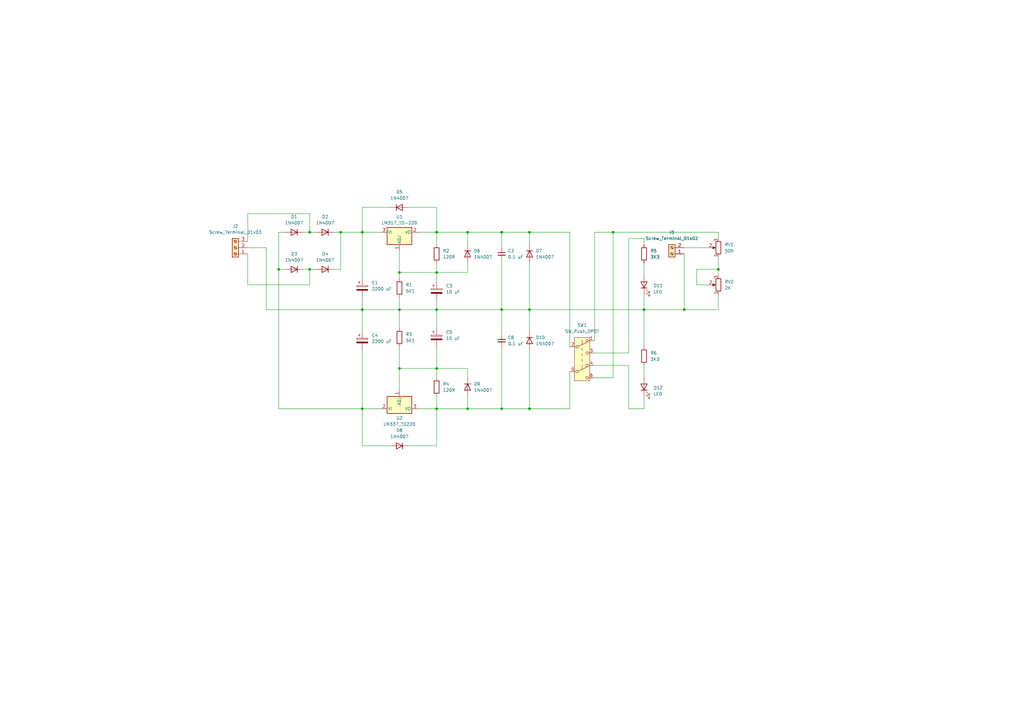
<source format=kicad_sch>
(kicad_sch (version 20250114) (generator "eeschema") (generator_version "9.0")
  (paper "A3")
  (lib_symbols
    (symbol "Connector:Screw_Terminal_01x02" (pin_names (offset 1.016) (hide yes))
      (property "Reference" "J" (at 0 2.54 0))
      (property "Value" "Screw_Terminal_01x02" (at 0 -5.08 0))
      (symbol "Screw_Terminal_01x02_1_1"
        (rectangle (start -1.27 1.27) (end 1.27 -3.81) (stroke (width 0.254)) (fill (type background)))
        (polyline (pts (xy -0.5334 0.3302) (xy 0.3302 -0.508)) (stroke (width 0.1524)))
        (polyline (pts (xy -0.5334 -2.2098) (xy 0.3302 -3.048)) (stroke (width 0.1524)))
        (polyline (pts (xy -0.3556 0.508) (xy 0.508 -0.3302)) (stroke (width 0.1524)))
        (polyline (pts (xy -0.3556 -2.032) (xy 0.508 -2.8702)) (stroke (width 0.1524)))
        (circle (center 0 0) (radius 0.635) (stroke (width 0.1524)))
        (circle (center 0 -2.54) (radius 0.635) (stroke (width 0.1524)))
        (pin passive line (at -5.08 0 0) (length 3.81) (name "Pin_1") (number "1"))
        (pin passive line (at -5.08 -2.54 0) (length 3.81) (name "Pin_2") (number "2"))
      )
    )
    (symbol "Connector:Screw_Terminal_01x03" (pin_names (offset 1.016) (hide yes))
      (property "Reference" "J" (at 0 5.08 0))
      (property "Value" "Screw_Terminal_01x03" (at 0 -5.08 0))
      (symbol "Screw_Terminal_01x03_1_1"
        (rectangle (start -1.27 3.81) (end 1.27 -3.81) (stroke (width 0.254)) (fill (type background)))
        (polyline (pts (xy -0.5334 2.8702) (xy 0.3302 2.032)) (stroke (width 0.1524)))
        (polyline (pts (xy -0.5334 0.3302) (xy 0.3302 -0.508)) (stroke (width 0.1524)))
        (polyline (pts (xy -0.5334 -2.2098) (xy 0.3302 -3.048)) (stroke (width 0.1524)))
        (polyline (pts (xy -0.3556 3.048) (xy 0.508 2.2098)) (stroke (width 0.1524)))
        (polyline (pts (xy -0.3556 0.508) (xy 0.508 -0.3302)) (stroke (width 0.1524)))
        (polyline (pts (xy -0.3556 -2.032) (xy 0.508 -2.8702)) (stroke (width 0.1524)))
        (circle (center 0 2.54) (radius 0.635) (stroke (width 0.1524)))
        (circle (center 0 0) (radius 0.635) (stroke (width 0.1524)))
        (circle (center 0 -2.54) (radius 0.635) (stroke (width 0.1524)))
        (pin passive line (at -5.08 2.54 0) (length 3.81) (name "Pin_1") (number "1"))
        (pin passive line (at -5.08 0 0) (length 3.81) (name "Pin_2") (number "2"))
        (pin passive line (at -5.08 -2.54 0) (length 3.81) (name "Pin_3") (number "3"))
      )
    )
    (symbol "Device:C_Polarized" (pin_numbers (hide yes)) (pin_names (offset 0.254))
      (property "Reference" "C" (at 0.635 2.54 0))
      (property "Value" "C_Polarized" (at 0.635 -2.54 0))
      (symbol "C_Polarized_0_1"
        (rectangle (start -2.286 0.508) (end 2.286 1.016))
        (polyline (pts (xy -1.778 2.286) (xy -0.762 2.286)))
        (polyline (pts (xy -1.27 2.794) (xy -1.27 1.778)))
        (rectangle (start 2.286 -0.508) (end -2.286 -1.016) (fill (type outline)))
      )
      (symbol "C_Polarized_1_1"
        (pin passive line (at 0 3.81 270) (length 2.794) (name "~") (number "1"))
        (pin passive line (at 0 -3.81 90) (length 2.794) (name "~") (number "2"))
      )
    )
    (symbol "Device:C_Small" (pin_numbers (hide yes)) (pin_names (offset 0.254) (hide yes))
      (property "Reference" "C" (at 0.254 1.778 0))
      (property "Value" "C_Small" (at 0.254 -2.032 0))
      (symbol "C_Small_0_1"
        (polyline (pts (xy -1.524 0.508) (xy 1.524 0.508)) (stroke (width 0.3048)))
        (polyline (pts (xy -1.524 -0.508) (xy 1.524 -0.508)) (stroke (width 0.3302)))
      )
      (symbol "C_Small_1_1"
        (pin passive line (at 0 2.54 270) (length 2.032) (name "~") (number "1"))
        (pin passive line (at 0 -2.54 90) (length 2.032) (name "~") (number "2"))
      )
    )
    (symbol "Device:LED" (pin_numbers (hide yes)) (pin_names (offset 1.016) (hide yes))
      (property "Reference" "D" (at 0 2.54 0))
      (property "Value" "LED" (at 0 -2.54 0))
      (symbol "LED_0_1"
        (polyline (pts (xy -3.048 -0.762) (xy -4.572 -2.286) (xy -3.81 -2.286) (xy -4.572 -2.286) (xy -4.572 -1.524)))
        (polyline (pts (xy -1.778 -0.762) (xy -3.302 -2.286) (xy -2.54 -2.286) (xy -3.302 -2.286) (xy -3.302 -1.524)))
        (polyline (pts (xy -1.27 0) (xy 1.27 0)))
        (polyline (pts (xy -1.27 -1.27) (xy -1.27 1.27)) (stroke (width 0.254)))
        (polyline (pts (xy 1.27 -1.27) (xy 1.27 1.27) (xy -1.27 0) (xy 1.27 -1.27)) (stroke (width 0.254)))
      )
      (symbol "LED_1_1"
        (pin passive line (at -3.81 0 0) (length 2.54) (name "K") (number "1"))
        (pin passive line (at 3.81 0 180) (length 2.54) (name "A") (number "2"))
      )
    )
    (symbol "Device:R" (pin_numbers (hide yes)) (pin_names (offset 0))
      (property "Reference" "R" (at 2.032 0 90))
      (property "Value" "R" (at 0 0 90))
      (symbol "R_0_1"
        (rectangle (start -1.016 -2.54) (end 1.016 2.54) (stroke (width 0.254)))
      )
      (symbol "R_1_1"
        (pin passive line (at 0 3.81 270) (length 1.27) (name "~") (number "1"))
        (pin passive line (at 0 -3.81 90) (length 1.27) (name "~") (number "2"))
      )
    )
    (symbol "Device:R_Potentiometer" (pin_names (offset 1.016) (hide yes))
      (property "Reference" "RV" (at -4.445 0 90))
      (property "Value" "R_Potentiometer" (at -2.54 0 90))
      (symbol "R_Potentiometer_0_1"
        (rectangle (start 1.016 2.54) (end -1.016 -2.54) (stroke (width 0.254)))
        (polyline (pts (xy 1.143 0) (xy 2.286 0.508) (xy 2.286 -0.508) (xy 1.143 0)) (fill (type outline)))
        (polyline (pts (xy 2.54 0) (xy 1.524 0)))
      )
      (symbol "R_Potentiometer_1_1"
        (pin passive line (at 0 3.81 270) (length 1.27) (name "1") (number "1"))
        (pin passive line (at 0 -3.81 90) (length 1.27) (name "3") (number "3"))
        (pin passive line (at 3.81 0 180) (length 1.27) (name "2") (number "2"))
      )
    )
    (symbol "Diode:1N4007" (pin_numbers (hide yes)) (pin_names (hide yes))
      (property "Reference" "D" (at 0 2.54 0))
      (property "Value" "1N4007" (at 0 -2.54 0))
      (symbol "1N4007_0_1"
        (polyline (pts (xy -1.27 1.27) (xy -1.27 -1.27)) (stroke (width 0.254)))
        (polyline (pts (xy 1.27 1.27) (xy 1.27 -1.27) (xy -1.27 0) (xy 1.27 1.27)) (stroke (width 0.254)))
        (polyline (pts (xy 1.27 0) (xy -1.27 0)))
      )
      (symbol "1N4007_1_1"
        (pin passive line (at -3.81 0 0) (length 2.54) (name "K") (number "1"))
        (pin passive line (at 3.81 0 180) (length 2.54) (name "A") (number "2"))
      )
    )
    (symbol "Regulator_Linear:LM317_TO-220" (pin_names (offset 0.254))
      (property "Reference" "U" (at -3.81 3.175 0))
      (property "Value" "LM317_TO-220" (at 0 3.175 0))
      (symbol "LM317_TO-220_0_1"
        (rectangle (start -5.08 1.905) (end 5.08 -5.08) (stroke (width 0.254)) (fill (type background)))
      )
      (symbol "LM317_TO-220_1_1"
        (pin power_in line (at -7.62 0 0) (length 2.54) (name "VI") (number "3"))
        (pin input line (at 0 -7.62 90) (length 2.54) (name "ADJ") (number "1"))
        (pin power_out line (at 7.62 0 180) (length 2.54) (name "VO") (number "2"))
      )
    )
    (symbol "Regulator_Linear:LM337_TO220" (pin_names (offset 0.254))
      (property "Reference" "U" (at -3.81 -3.175 0))
      (property "Value" "LM337_TO220" (at 0 -3.175 0))
      (symbol "LM337_TO220_0_1"
        (rectangle (start -5.08 5.08) (end 5.08 -1.905) (stroke (width 0.254)) (fill (type background)))
      )
      (symbol "LM337_TO220_1_1"
        (pin power_in line (at -7.62 0 0) (length 2.54) (name "VI") (number "2"))
        (pin input line (at 0 7.62 270) (length 2.54) (name "ADJ") (number "1"))
        (pin power_out line (at 7.62 0 180) (length 2.54) (name "VO") (number "3"))
      )
    )
    (symbol "Switch:SW_Push_DPDT" (pin_names (offset 0) (hide yes))
      (property "Reference" "SW" (at 0 10.16 0))
      (property "Value" "SW_Push_DPDT" (at 0 -10.16 0))
      (symbol "SW_Push_DPDT_0_0"
        (circle (center -2.032 5.08) (radius 0.508))
        (circle (center -2.032 -5.08) (radius 0.508))
        (circle (center 2.032 2.54) (radius 0.508))
        (circle (center 2.032 -7.62) (radius 0.508))
      )
      (symbol "SW_Push_DPDT_0_1"
        (polyline (pts (xy -1.524 5.334) (xy 2.3368 7.0612)))
        (polyline (pts (xy -1.524 -4.826) (xy 2.3368 -3.0988)))
        (polyline (pts (xy 0 7.874) (xy 0 6.096)))
        (polyline (pts (xy 0 3.556) (xy 0 4.572)))
        (polyline (pts (xy 0 1.27) (xy 0 2.286)))
        (polyline (pts (xy 0 -1.016) (xy 0 0)))
        (polyline (pts (xy 0 -2.286) (xy 0 -4.064)))
        (circle (center 2.032 7.62) (radius 0.508))
        (circle (center 2.032 -2.54) (radius 0.508))
      )
      (symbol "SW_Push_DPDT_1_1"
        (rectangle (start -3.175 8.89) (end 3.175 -8.89) (fill (type background)))
        (pin passive line (at -5.08 5.08 0) (length 2.54) (name "B") (number "2"))
        (pin passive line (at -5.08 -5.08 0) (length 2.54) (name "B") (number "5"))
        (pin passive line (at 5.08 7.62 180) (length 2.54) (name "A") (number "1"))
        (pin passive line (at 5.08 2.54 180) (length 2.54) (name "C") (number "3"))
        (pin passive line (at 5.08 -2.54 180) (length 2.54) (name "A") (number "4"))
        (pin passive line (at 5.08 -7.62 180) (length 2.54) (name "C") (number "6"))
      )
    )
  )
  (junction (at 179.07 167.64))
  (junction (at 205.74 95.25))
  (junction (at 114.3 110.49))
  (junction (at 179.07 151.13))
  (junction (at 148.59 127))
  (junction (at 148.59 95.25))
  (junction (at 163.83 127))
  (junction (at 264.16 127))
  (junction (at 217.17 167.64))
  (junction (at 217.17 127))
  (junction (at 251.46 95.25))
  (junction (at 163.83 151.13))
  (junction (at 217.17 95.25))
  (junction (at 163.83 111.76))
  (junction (at 280.67 127))
  (junction (at 127 110.49))
  (junction (at 139.7 95.25))
  (junction (at 191.77 95.25))
  (junction (at 294.64 110.49))
  (junction (at 179.07 95.25))
  (junction (at 179.07 111.76))
  (junction (at 127 95.25))
  (junction (at 205.74 127))
  (junction (at 179.07 127))
  (junction (at 205.74 167.64))
  (junction (at 148.59 167.64))
  (junction (at 191.77 167.64))
  (wire (pts (xy 233.68 142.24) (xy 233.68 95.25)))
  (wire (pts (xy 191.77 111.76) (xy 179.07 111.76)))
  (wire (pts (xy 179.07 127) (xy 179.07 134.62)))
  (wire (pts (xy 243.84 95.25) (xy 243.84 139.7)))
  (wire (pts (xy 127 116.84) (xy 127 110.49)))
  (wire (pts (xy 285.75 116.84) (xy 285.75 110.49)))
  (wire (pts (xy 243.84 144.78) (xy 257.81 144.78)))
  (wire (pts (xy 251.46 95.25) (xy 243.84 95.25)))
  (wire (pts (xy 280.67 127) (xy 294.64 127)))
  (wire (pts (xy 179.07 95.25) (xy 171.45 95.25)))
  (wire (pts (xy 179.07 142.24) (xy 179.07 151.13)))
  (wire (pts (xy 179.07 154.94) (xy 179.07 151.13)))
  (wire (pts (xy 257.81 97.79) (xy 264.16 97.79)))
  (wire (pts (xy 179.07 111.76) (xy 179.07 115.57)))
  (wire (pts (xy 251.46 154.94) (xy 251.46 95.25)))
  (wire (pts (xy 191.77 162.56) (xy 191.77 167.64)))
  (wire (pts (xy 191.77 151.13) (xy 179.07 151.13)))
  (wire (pts (xy 179.07 182.88) (xy 179.07 167.64)))
  (wire (pts (xy 101.6 99.06) (xy 101.6 87.63)))
  (wire (pts (xy 127 95.25) (xy 129.54 95.25)))
  (wire (pts (xy 114.3 95.25) (xy 114.3 110.49)))
  (wire (pts (xy 116.84 95.25) (xy 114.3 95.25)))
  (wire (pts (xy 257.81 149.86) (xy 243.84 149.86)))
  (wire (pts (xy 101.6 101.6) (xy 109.22 101.6)))
  (wire (pts (xy 148.59 85.09) (xy 148.59 95.25)))
  (wire (pts (xy 205.74 127) (xy 217.17 127)))
  (wire (pts (xy 179.07 85.09) (xy 167.64 85.09)))
  (wire (pts (xy 294.64 95.25) (xy 251.46 95.25)))
  (wire (pts (xy 264.16 127) (xy 217.17 127)))
  (wire (pts (xy 114.3 167.64) (xy 148.59 167.64)))
  (wire (pts (xy 167.64 182.88) (xy 179.07 182.88)))
  (wire (pts (xy 114.3 110.49) (xy 116.84 110.49)))
  (wire (pts (xy 191.77 107.95) (xy 191.77 111.76)))
  (wire (pts (xy 124.46 95.25) (xy 127 95.25)))
  (wire (pts (xy 217.17 95.25) (xy 205.74 95.25)))
  (wire (pts (xy 264.16 127) (xy 264.16 142.24)))
  (wire (pts (xy 257.81 144.78) (xy 257.81 97.79)))
  (wire (pts (xy 179.07 107.95) (xy 179.07 111.76)))
  (wire (pts (xy 148.59 127) (xy 163.83 127)))
  (wire (pts (xy 148.59 167.64) (xy 148.59 182.88)))
  (wire (pts (xy 205.74 106.68) (xy 205.74 127)))
  (wire (pts (xy 160.02 85.09) (xy 148.59 85.09)))
  (wire (pts (xy 163.83 127) (xy 163.83 121.92)))
  (wire (pts (xy 217.17 167.64) (xy 205.74 167.64)))
  (wire (pts (xy 233.68 95.25) (xy 217.17 95.25)))
  (wire (pts (xy 205.74 95.25) (xy 205.74 101.6)))
  (wire (pts (xy 264.16 107.95) (xy 264.16 113.03)))
  (wire (pts (xy 179.07 167.64) (xy 179.07 162.56)))
  (wire (pts (xy 257.81 167.64) (xy 257.81 149.86)))
  (wire (pts (xy 205.74 127) (xy 179.07 127)))
  (wire (pts (xy 179.07 123.19) (xy 179.07 127)))
  (wire (pts (xy 139.7 110.49) (xy 137.16 110.49)))
  (wire (pts (xy 264.16 127) (xy 280.67 127)))
  (wire (pts (xy 264.16 120.65) (xy 264.16 127)))
  (wire (pts (xy 205.74 142.24) (xy 205.74 167.64)))
  (wire (pts (xy 280.67 101.6) (xy 290.83 101.6)))
  (wire (pts (xy 285.75 110.49) (xy 294.64 110.49)))
  (wire (pts (xy 205.74 127) (xy 205.74 137.16)))
  (wire (pts (xy 217.17 143.51) (xy 217.17 167.64)))
  (wire (pts (xy 171.45 167.64) (xy 179.07 167.64)))
  (wire (pts (xy 191.77 154.94) (xy 191.77 151.13)))
  (wire (pts (xy 137.16 95.25) (xy 139.7 95.25)))
  (wire (pts (xy 264.16 149.86) (xy 264.16 154.94)))
  (wire (pts (xy 160.02 182.88) (xy 148.59 182.88)))
  (wire (pts (xy 280.67 104.14) (xy 280.67 127)))
  (wire (pts (xy 109.22 101.6) (xy 109.22 127)))
  (wire (pts (xy 163.83 134.62) (xy 163.83 127)))
  (wire (pts (xy 264.16 97.79) (xy 264.16 100.33)))
  (wire (pts (xy 290.83 116.84) (xy 285.75 116.84)))
  (wire (pts (xy 294.64 105.41) (xy 294.64 110.49)))
  (wire (pts (xy 148.59 143.51) (xy 148.59 167.64)))
  (wire (pts (xy 127 87.63) (xy 127 95.25)))
  (wire (pts (xy 163.83 127) (xy 179.07 127)))
  (wire (pts (xy 294.64 110.49) (xy 294.64 113.03)))
  (wire (pts (xy 191.77 100.33) (xy 191.77 95.25)))
  (wire (pts (xy 148.59 95.25) (xy 148.59 114.3)))
  (wire (pts (xy 191.77 95.25) (xy 205.74 95.25)))
  (wire (pts (xy 191.77 95.25) (xy 179.07 95.25)))
  (wire (pts (xy 179.07 95.25) (xy 179.07 100.33)))
  (wire (pts (xy 101.6 116.84) (xy 127 116.84)))
  (wire (pts (xy 127 110.49) (xy 129.54 110.49)))
  (wire (pts (xy 163.83 102.87) (xy 163.83 111.76)))
  (wire (pts (xy 233.68 152.4) (xy 233.68 167.64)))
  (wire (pts (xy 139.7 95.25) (xy 148.59 95.25)))
  (wire (pts (xy 191.77 167.64) (xy 179.07 167.64)))
  (wire (pts (xy 101.6 87.63) (xy 127 87.63)))
  (wire (pts (xy 294.64 120.65) (xy 294.64 127)))
  (wire (pts (xy 163.83 111.76) (xy 163.83 114.3)))
  (wire (pts (xy 243.84 154.94) (xy 251.46 154.94)))
  (wire (pts (xy 163.83 142.24) (xy 163.83 151.13)))
  (wire (pts (xy 114.3 110.49) (xy 114.3 167.64)))
  (wire (pts (xy 233.68 167.64) (xy 217.17 167.64)))
  (wire (pts (xy 148.59 127) (xy 148.59 135.89)))
  (wire (pts (xy 139.7 95.25) (xy 139.7 110.49)))
  (wire (pts (xy 148.59 95.25) (xy 156.21 95.25)))
  (wire (pts (xy 148.59 167.64) (xy 156.21 167.64)))
  (wire (pts (xy 217.17 100.33) (xy 217.17 95.25)))
  (wire (pts (xy 148.59 121.92) (xy 148.59 127)))
  (wire (pts (xy 163.83 111.76) (xy 179.07 111.76)))
  (wire (pts (xy 264.16 167.64) (xy 257.81 167.64)))
  (wire (pts (xy 217.17 135.89) (xy 217.17 127)))
  (wire (pts (xy 205.74 167.64) (xy 191.77 167.64)))
  (wire (pts (xy 217.17 107.95) (xy 217.17 127)))
  (wire (pts (xy 179.07 85.09) (xy 179.07 95.25)))
  (wire (pts (xy 163.83 151.13) (xy 163.83 160.02)))
  (wire (pts (xy 124.46 110.49) (xy 127 110.49)))
  (wire (pts (xy 179.07 151.13) (xy 163.83 151.13)))
  (wire (pts (xy 109.22 127) (xy 148.59 127)))
  (wire (pts (xy 101.6 104.14) (xy 101.6 116.84)))
  (wire (pts (xy 294.64 97.79) (xy 294.64 95.25)))
  (wire (pts (xy 264.16 162.56) (xy 264.16 167.64)))
  (symbol (lib_id "Device:R") (at 264.16 104.14 0) (unit 1)
    (property "Reference" "R5" (at 266.7 102.8699 0) (effects (justify left)))
    (property "Value" "3K3" (at 266.7 105.4099 0) (effects (justify left)))
    (property "Footprint" "Resistor_THT:R_Axial_DIN0414_L11.9mm_D4.5mm_P7.62mm_Vertical" (effects (hide yes)))
    (property "Description" "Resistor" (effects (hide yes)))
  )
  (symbol (lib_id "Diode:1N4007") (at 191.77 104.14 270) (unit 1)
    (property "Reference" "D6" (at 194.31 102.8699 90) (effects (justify left)))
    (property "Value" "1N4007" (at 194.31 105.4099 90) (effects (justify left)))
    (property "Footprint" "Diode_THT:D_DO-41_SOD81_P5.08mm_Vertical_AnodeUp" (effects (hide yes)))
    (property "Datasheet" "http://www.vishay.com/docs/88503/1n4001.pdf" (effects (hide yes)))
    (property "Description" "1000V 1A General Purpose Rectifier Diode, DO-41" (effects (hide yes)))
    (property "Sim.Device" "D" (effects (hide yes)))
    (property "Sim.Pins" "1=K 2=A" (effects (hide yes)))
  )
  (symbol (lib_id "Diode:1N4007") (at 133.35 110.49 180) (unit 1)
    (property "Reference" "D4" (at 133.35 104.14 0))
    (property "Value" "1N4007" (at 133.35 106.68 0))
    (property "Footprint" "Diode_THT:D_DO-41_SOD81_P10.16mm_Horizontal" (effects (hide yes)))
    (property "Datasheet" "http://www.vishay.com/docs/88503/1n4001.pdf" (effects (hide yes)))
    (property "Description" "1000V 1A General Purpose Rectifier Diode, DO-41" (effects (hide yes)))
    (property "Sim.Device" "D" (effects (hide yes)))
    (property "Sim.Pins" "1=K 2=A" (effects (hide yes)))
  )
  (symbol (lib_id "Switch:SW_Push_DPDT") (at 238.76 147.32 0) (unit 1)
    (property "Reference" "SW1" (at 238.76 133.35 0))
    (property "Value" "SW_Push_DPDT" (at 238.76 135.89 0))
    (property "Footprint" "TerminalBlock_Phoenix:TerminalBlock_Phoenix_MKDS-1,5-6_1x06_P5.00mm_Horizontal" (effects (hide yes)))
    (property "Description" "Momentary Switch, dual pole double throw" (effects (hide yes)))
  )
  (symbol (lib_id "Device:R") (at 264.16 146.05 0) (unit 1)
    (property "Reference" "R6" (at 266.7 144.7799 0) (effects (justify left)))
    (property "Value" "3K3" (at 266.7 147.3199 0) (effects (justify left)))
    (property "Footprint" "Resistor_THT:R_Axial_DIN0414_L11.9mm_D4.5mm_P7.62mm_Vertical" (effects (hide yes)))
    (property "Description" "Resistor" (effects (hide yes)))
  )
  (symbol (lib_id "Device:R") (at 163.83 118.11 0) (unit 1)
    (property "Reference" "R1" (at 166.37 116.8399 0) (effects (justify left)))
    (property "Value" "5K1" (at 166.37 119.3799 0) (effects (justify left)))
    (property "Footprint" "Resistor_THT:R_Axial_DIN0414_L11.9mm_D4.5mm_P7.62mm_Vertical" (effects (hide yes)))
    (property "Description" "Resistor" (effects (hide yes)))
  )
  (symbol (lib_id "Diode:1N4007") (at 133.35 95.25 180) (unit 1)
    (property "Reference" "D2" (at 133.35 88.9 0))
    (property "Value" "1N4007" (at 133.35 91.44 0))
    (property "Footprint" "Diode_THT:D_DO-41_SOD81_P10.16mm_Horizontal" (effects (hide yes)))
    (property "Datasheet" "http://www.vishay.com/docs/88503/1n4001.pdf" (effects (hide yes)))
    (property "Description" "1000V 1A General Purpose Rectifier Diode, DO-41" (effects (hide yes)))
    (property "Sim.Device" "D" (effects (hide yes)))
    (property "Sim.Pins" "1=K 2=A" (effects (hide yes)))
  )
  (symbol (lib_id "Diode:1N4007") (at 163.83 182.88 180) (unit 1)
    (property "Reference" "D8" (at 163.83 176.53 0))
    (property "Value" "1N4007" (at 163.83 179.07 0))
    (property "Footprint" "Diode_THT:D_DO-41_SOD81_P5.08mm_Vertical_AnodeUp" (effects (hide yes)))
    (property "Datasheet" "http://www.vishay.com/docs/88503/1n4001.pdf" (effects (hide yes)))
    (property "Description" "1000V 1A General Purpose Rectifier Diode, DO-41" (effects (hide yes)))
    (property "Sim.Device" "D" (effects (hide yes)))
    (property "Sim.Pins" "1=K 2=A" (effects (hide yes)))
  )
  (symbol (lib_id "Device:C_Polarized") (at 179.07 138.43 0) (unit 1)
    (property "Reference" "C5" (at 182.88 136.2709 0) (effects (justify left)))
    (property "Value" "10 uF" (at 182.88 138.8109 0) (effects (justify left)))
    (property "Footprint" "Capacitor_THT:CP_Radial_D5.0mm_P2.50mm" (effects (hide yes)))
    (property "Description" "Polarized capacitor" (effects (hide yes)))
  )
  (symbol (lib_id "Diode:1N4007") (at 120.65 110.49 180) (unit 1)
    (property "Reference" "D3" (at 120.65 104.14 0))
    (property "Value" "1N4007" (at 120.65 106.68 0))
    (property "Footprint" "Diode_THT:D_DO-41_SOD81_P10.16mm_Horizontal" (effects (hide yes)))
    (property "Datasheet" "http://www.vishay.com/docs/88503/1n4001.pdf" (effects (hide yes)))
    (property "Description" "1000V 1A General Purpose Rectifier Diode, DO-41" (effects (hide yes)))
    (property "Sim.Device" "D" (effects (hide yes)))
    (property "Sim.Pins" "1=K 2=A" (effects (hide yes)))
  )
  (symbol (lib_id "Connector:Screw_Terminal_01x02") (at 275.59 104.14 180) (unit 1)
    (property "Reference" "J1" (at 275.59 95.25 0))
    (property "Value" "Screw_Terminal_01x02" (at 275.59 97.79 0))
    (property "Footprint" "TerminalBlock_Phoenix:TerminalBlock_Phoenix_MKDS-1,5-2_1x02_P5.00mm_Horizontal" (effects (hide yes)))
    (property "Description" "Generic screw terminal, single row, 01x02, script generated (kicad-library-utils/schlib/autogen/connector/)" (effects (hide yes)))
  )
  (symbol (lib_id "Device:C_Small") (at 205.74 139.7 0) (unit 1)
    (property "Reference" "C6" (at 208.28 138.4362 0) (effects (justify left)))
    (property "Value" "0.1 uF" (at 208.28 140.9762 0) (effects (justify left)))
    (property "Footprint" "Capacitor_THT:C_Disc_D5.0mm_W2.5mm_P2.50mm" (effects (hide yes)))
    (property "Description" "Unpolarized capacitor, small symbol" (effects (hide yes)))
  )
  (symbol (lib_id "Device:R") (at 179.07 158.75 0) (unit 1)
    (property "Reference" "R4" (at 181.61 157.4799 0) (effects (justify left)))
    (property "Value" "120R" (at 181.61 160.0199 0) (effects (justify left)))
    (property "Footprint" "Resistor_THT:R_Axial_DIN0414_L11.9mm_D4.5mm_P7.62mm_Vertical" (effects (hide yes)))
    (property "Description" "Resistor" (effects (hide yes)))
  )
  (symbol (lib_id "Device:R_Potentiometer") (at 294.64 101.6 180) (unit 1)
    (property "Reference" "RV1" (at 297.18 100.3299 0) (effects (justify right)))
    (property "Value" "50K" (at 297.18 102.8699 0) (effects (justify right)))
    (property "Footprint" "TerminalBlock_Phoenix:TerminalBlock_Phoenix_MKDS-1,5-3_1x03_P5.00mm_Horizontal" (effects (hide yes)))
    (property "Description" "Potentiometer" (effects (hide yes)))
  )
  (symbol (lib_id "Device:C_Polarized") (at 148.59 118.11 0) (unit 1)
    (property "Reference" "C1" (at 152.4 115.9509 0) (effects (justify left)))
    (property "Value" "2200 uF" (at 152.4 118.4909 0) (effects (justify left)))
    (property "Footprint" "Capacitor_THT:CP_Radial_D16.0mm_P7.50mm" (effects (hide yes)))
    (property "Description" "Polarized capacitor" (effects (hide yes)))
  )
  (symbol (lib_id "Device:R_Potentiometer") (at 294.64 116.84 180) (unit 1)
    (property "Reference" "RV2" (at 297.18 115.5699 0) (effects (justify right)))
    (property "Value" "2K" (at 297.18 118.1099 0) (effects (justify right)))
    (property "Footprint" "Potentiometer_THT:Potentiometer_Bourns_3296W_Vertical" (effects (hide yes)))
    (property "Description" "Potentiometer" (effects (hide yes)))
  )
  (symbol (lib_id "Device:LED") (at 264.16 158.75 90) (unit 1)
    (property "Reference" "D12" (at 267.97 159.0674 90) (effects (justify right)))
    (property "Value" "LED" (at 267.97 161.6074 90) (effects (justify right)))
    (property "Footprint" "TerminalBlock_Phoenix:TerminalBlock_Phoenix_MKDS-1,5-2_1x02_P5.00mm_Horizontal" (effects (hide yes)))
    (property "Description" "Light emitting diode" (effects (hide yes)))
    (property "Sim.Pins" "1=K 2=A" (effects (hide yes)))
  )
  (symbol (lib_id "Diode:1N4007") (at 217.17 139.7 270) (unit 1)
    (property "Reference" "D10" (at 219.71 138.4299 90) (effects (justify left)))
    (property "Value" "1N4007" (at 219.71 140.9699 90) (effects (justify left)))
    (property "Footprint" "Diode_THT:D_DO-41_SOD81_P5.08mm_Vertical_AnodeUp" (effects (hide yes)))
    (property "Datasheet" "http://www.vishay.com/docs/88503/1n4001.pdf" (effects (hide yes)))
    (property "Description" "1000V 1A General Purpose Rectifier Diode, DO-41" (effects (hide yes)))
    (property "Sim.Device" "D" (effects (hide yes)))
    (property "Sim.Pins" "1=K 2=A" (effects (hide yes)))
  )
  (symbol (lib_id "Regulator_Linear:LM337_TO220") (at 163.83 167.64 0) (unit 1)
    (property "Reference" "U2" (at 163.83 171.45 0))
    (property "Value" "LM337_TO220" (at 163.83 173.99 0))
    (property "Footprint" "Package_TO_SOT_THT:TO-220-3_Vertical" (effects (hide yes)))
    (property "Datasheet" "http://www.ti.com/lit/ds/symlink/lm337-n.pdf" (effects (hide yes)))
    (property "Description" "Negative 1.5A 35V Adjustable Linear Regulator, TO-220" (effects (hide yes)))
  )
  (symbol (lib_id "Device:R") (at 179.07 104.14 0) (unit 1)
    (property "Reference" "R2" (at 181.61 102.8699 0) (effects (justify left)))
    (property "Value" "120R" (at 181.61 105.4099 0) (effects (justify left)))
    (property "Footprint" "Resistor_THT:R_Axial_DIN0414_L11.9mm_D4.5mm_P7.62mm_Vertical" (effects (hide yes)))
    (property "Description" "Resistor" (effects (hide yes)))
  )
  (symbol (lib_id "Diode:1N4007") (at 191.77 158.75 270) (unit 1)
    (property "Reference" "D9" (at 194.31 157.4799 90) (effects (justify left)))
    (property "Value" "1N4007" (at 194.31 160.0199 90) (effects (justify left)))
    (property "Footprint" "Diode_THT:D_DO-41_SOD81_P5.08mm_Vertical_AnodeUp" (effects (hide yes)))
    (property "Datasheet" "http://www.vishay.com/docs/88503/1n4001.pdf" (effects (hide yes)))
    (property "Description" "1000V 1A General Purpose Rectifier Diode, DO-41" (effects (hide yes)))
    (property "Sim.Device" "D" (effects (hide yes)))
    (property "Sim.Pins" "1=K 2=A" (effects (hide yes)))
  )
  (symbol (lib_id "Diode:1N4007") (at 163.83 85.09 0) (unit 1)
    (property "Reference" "D5" (at 163.83 78.74 0))
    (property "Value" "1N4007" (at 163.83 81.28 0))
    (property "Footprint" "Diode_THT:D_DO-41_SOD81_P5.08mm_Vertical_AnodeUp" (effects (hide yes)))
    (property "Datasheet" "http://www.vishay.com/docs/88503/1n4001.pdf" (effects (hide yes)))
    (property "Description" "1000V 1A General Purpose Rectifier Diode, DO-41" (effects (hide yes)))
    (property "Sim.Device" "D" (effects (hide yes)))
    (property "Sim.Pins" "1=K 2=A" (effects (hide yes)))
  )
  (symbol (lib_id "Device:C_Small") (at 205.74 104.14 0) (unit 1)
    (property "Reference" "C2" (at 208.28 102.8762 0) (effects (justify left)))
    (property "Value" "0.1 uF" (at 208.28 105.4162 0) (effects (justify left)))
    (property "Footprint" "Capacitor_THT:C_Disc_D5.0mm_W2.5mm_P2.50mm" (effects (hide yes)))
    (property "Description" "Unpolarized capacitor, small symbol" (effects (hide yes)))
  )
  (symbol (lib_id "Device:C_Polarized") (at 148.59 139.7 0) (unit 1)
    (property "Reference" "C4" (at 152.4 137.5409 0) (effects (justify left)))
    (property "Value" "2200 uF" (at 152.4 140.0809 0) (effects (justify left)))
    (property "Footprint" "Capacitor_THT:CP_Radial_D16.0mm_P7.50mm" (effects (hide yes)))
    (property "Description" "Polarized capacitor" (effects (hide yes)))
  )
  (symbol (lib_id "Diode:1N4007") (at 120.65 95.25 180) (unit 1)
    (property "Reference" "D1" (at 120.65 88.9 0))
    (property "Value" "1N4007" (at 120.65 91.44 0))
    (property "Footprint" "Diode_THT:D_DO-41_SOD81_P10.16mm_Horizontal" (effects (hide yes)))
    (property "Datasheet" "http://www.vishay.com/docs/88503/1n4001.pdf" (effects (hide yes)))
    (property "Description" "1000V 1A General Purpose Rectifier Diode, DO-41" (effects (hide yes)))
    (property "Sim.Device" "D" (effects (hide yes)))
    (property "Sim.Pins" "1=K 2=A" (effects (hide yes)))
  )
  (symbol (lib_id "Device:R") (at 163.83 138.43 0) (unit 1)
    (property "Reference" "R3" (at 166.37 137.1599 0) (effects (justify left)))
    (property "Value" "5K1" (at 166.37 139.6999 0) (effects (justify left)))
    (property "Footprint" "Resistor_THT:R_Axial_DIN0414_L11.9mm_D4.5mm_P7.62mm_Vertical" (effects (hide yes)))
    (property "Description" "Resistor" (effects (hide yes)))
  )
  (symbol (lib_id "Device:LED") (at 264.16 116.84 90) (unit 1)
    (property "Reference" "D11" (at 267.97 117.1574 90) (effects (justify right)))
    (property "Value" "LED" (at 267.97 119.6974 90) (effects (justify right)))
    (property "Footprint" "TerminalBlock_Phoenix:TerminalBlock_Phoenix_MKDS-1,5-2_1x02_P5.00mm_Horizontal" (effects (hide yes)))
    (property "Description" "Light emitting diode" (effects (hide yes)))
    (property "Sim.Pins" "1=K 2=A" (effects (hide yes)))
  )
  (symbol (lib_id "Regulator_Linear:LM317_TO-220") (at 163.83 95.25 0) (unit 1)
    (property "Reference" "U1" (at 163.83 88.9 0))
    (property "Value" "LM317_TO-220" (at 163.83 91.44 0))
    (property "Footprint" "Package_TO_SOT_THT:TO-220-3_Vertical" (effects (hide yes)))
    (property "Datasheet" "http://www.ti.com/lit/ds/symlink/lm317.pdf" (effects (hide yes)))
    (property "Description" "1.5A 35V Adjustable Linear Regulator, TO-220" (effects (hide yes)))
  )
  (symbol (lib_id "Connector:Screw_Terminal_01x03") (at 96.52 101.6 180) (unit 1)
    (property "Reference" "J2" (at 96.52 92.71 0))
    (property "Value" "Screw_Terminal_01x03" (at 96.52 95.25 0))
    (property "Footprint" "TerminalBlock_Phoenix:TerminalBlock_Phoenix_MKDS-1,5-3_1x03_P5.00mm_Horizontal" (effects (hide yes)))
    (property "Description" "Generic screw terminal, single row, 01x03, script generated (kicad-library-utils/schlib/autogen/connector/)" (effects (hide yes)))
  )
  (symbol (lib_id "Diode:1N4007") (at 217.17 104.14 270) (unit 1)
    (property "Reference" "D7" (at 219.71 102.8699 90) (effects (justify left)))
    (property "Value" "1N4007" (at 219.71 105.4099 90) (effects (justify left)))
    (property "Footprint" "Diode_THT:D_DO-41_SOD81_P5.08mm_Vertical_AnodeUp" (effects (hide yes)))
    (property "Datasheet" "http://www.vishay.com/docs/88503/1n4001.pdf" (effects (hide yes)))
    (property "Description" "1000V 1A General Purpose Rectifier Diode, DO-41" (effects (hide yes)))
    (property "Sim.Device" "D" (effects (hide yes)))
    (property "Sim.Pins" "1=K 2=A" (effects (hide yes)))
  )
  (symbol (lib_id "Device:C_Polarized") (at 179.07 119.38 0) (unit 1)
    (property "Reference" "C3" (at 182.88 117.2209 0) (effects (justify left)))
    (property "Value" "10 uF" (at 182.88 119.7609 0) (effects (justify left)))
    (property "Footprint" "Capacitor_THT:CP_Radial_D5.0mm_P2.50mm" (effects (hide yes)))
    (property "Description" "Polarized capacitor" (effects (hide yes)))
  )
)
</source>
